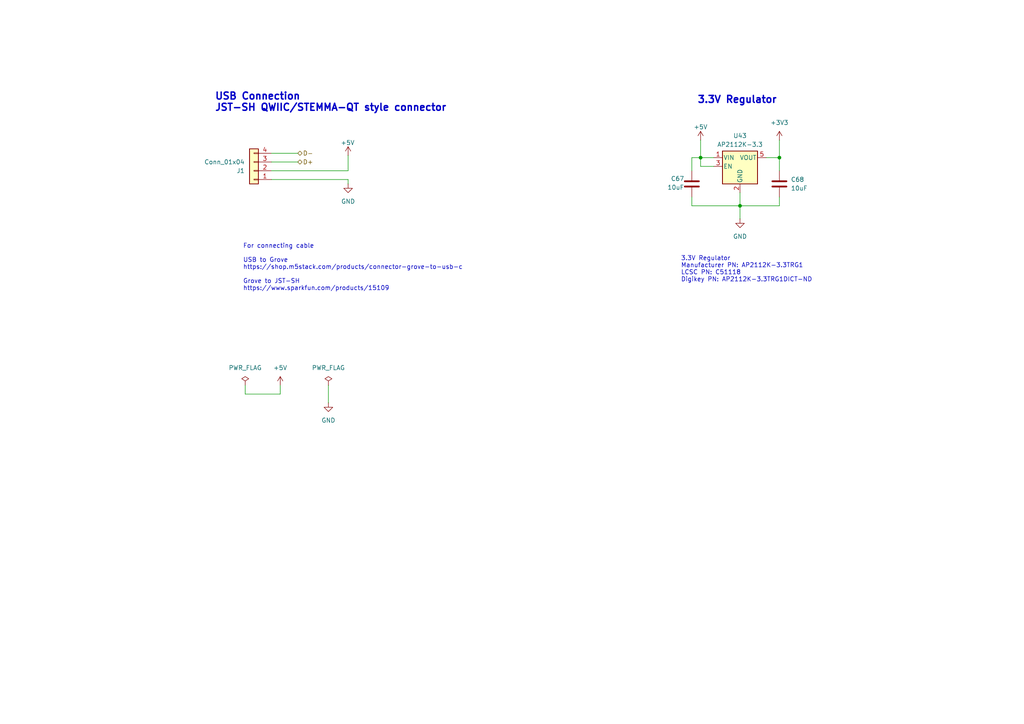
<source format=kicad_sch>
(kicad_sch (version 20250114) (generator "eeschema") (generator_version "9.0")
  (paper "A4")
  (lib_symbols
    (symbol "Connector_Generic:Conn_01x04" (pin_names (offset 1.016) (hide yes))
      (property "Reference" "J" (at 0 5.08 0))
      (property "Value" "Conn_01x04" (at 0 -7.62 0))
      (symbol "Conn_01x04_1_1"
        (rectangle (start -1.27 3.81) (end 1.27 -6.35) (stroke (width 0.254)) (fill (type background)))
        (rectangle (start -1.27 2.667) (end 0 2.413) (stroke (width 0.1524)))
        (rectangle (start -1.27 0.127) (end 0 -0.127) (stroke (width 0.1524)))
        (rectangle (start -1.27 -2.413) (end 0 -2.667) (stroke (width 0.1524)))
        (rectangle (start -1.27 -4.953) (end 0 -5.207) (stroke (width 0.1524)))
        (pin passive line (at -5.08 2.54 0) (length 3.81) (name "Pin_1") (number "1"))
        (pin passive line (at -5.08 0 0) (length 3.81) (name "Pin_2") (number "2"))
        (pin passive line (at -5.08 -2.54 0) (length 3.81) (name "Pin_3") (number "3"))
        (pin passive line (at -5.08 -5.08 0) (length 3.81) (name "Pin_4") (number "4"))
      )
    )
    (symbol "Device:C" (pin_numbers (hide yes)) (pin_names (offset 0.254))
      (property "Reference" "C" (at 0.635 2.54 0))
      (property "Value" "C" (at 0.635 -2.54 0))
      (symbol "C_0_1"
        (polyline (pts (xy -2.032 0.762) (xy 2.032 0.762)) (stroke (width 0.508)))
        (polyline (pts (xy -2.032 -0.762) (xy 2.032 -0.762)) (stroke (width 0.508)))
      )
      (symbol "C_1_1"
        (pin passive line (at 0 3.81 270) (length 2.794) (name "~") (number "1"))
        (pin passive line (at 0 -3.81 90) (length 2.794) (name "~") (number "2"))
      )
    )
    (symbol "Regulator_Linear:AP2112K-3.3" (pin_names (offset 0.254))
      (property "Reference" "U" (at -5.08 5.715 0))
      (property "Value" "AP2112K-3.3" (at 0 5.715 0))
      (symbol "AP2112K-3.3_0_1"
        (rectangle (start -5.08 4.445) (end 5.08 -5.08) (stroke (width 0.254)) (fill (type background)))
      )
      (symbol "AP2112K-3.3_1_1"
        (pin power_in line (at -7.62 2.54 0) (length 2.54) (name "VIN") (number "1"))
        (pin input line (at -7.62 0 0) (length 2.54) (name "EN") (number "3"))
        (pin power_in line (at 0 -7.62 90) (length 2.54) (name "GND") (number "2"))
        (pin no_connect line (at 5.08 0 180) (length 2.54) (hide yes) (name "NC") (number "4"))
        (pin power_out line (at 7.62 2.54 180) (length 2.54) (name "VOUT") (number "5"))
      )
    )
    (symbol "power:+3V3" (power) (pin_numbers (hide yes)) (pin_names (offset 0) (hide yes))
      (property "Value" "+3V3" (at 0 3.556 0))
      (symbol "+3V3_0_1"
        (polyline (pts (xy -0.762 1.27) (xy 0 2.54)))
        (polyline (pts (xy 0 2.54) (xy 0.762 1.27)))
        (polyline (pts (xy 0 0) (xy 0 2.54)))
      )
      (symbol "+3V3_1_1"
        (pin power_in line (at 0 0 90) (length 0) (name "~") (number "1"))
      )
    )
    (symbol "power:+5V" (power) (pin_numbers (hide yes)) (pin_names (offset 0) (hide yes))
      (property "Value" "+5V" (at 0 3.556 0))
      (symbol "+5V_0_1"
        (polyline (pts (xy -0.762 1.27) (xy 0 2.54)))
        (polyline (pts (xy 0 2.54) (xy 0.762 1.27)))
        (polyline (pts (xy 0 0) (xy 0 2.54)))
      )
      (symbol "+5V_1_1"
        (pin power_in line (at 0 0 90) (length 0) (name "~") (number "1"))
      )
    )
    (symbol "power:GND" (power) (pin_numbers (hide yes)) (pin_names (offset 0) (hide yes))
      (property "Value" "GND" (at 0 -3.81 0))
      (symbol "GND_0_1"
        (polyline (pts (xy 0 0) (xy 0 -1.27) (xy 1.27 -1.27) (xy 0 -2.54) (xy -1.27 -1.27) (xy 0 -1.27)))
      )
      (symbol "GND_1_1"
        (pin power_in line (at 0 0 270) (length 0) (name "~") (number "1"))
      )
    )
    (symbol "power:PWR_FLAG" (power) (pin_numbers (hide yes)) (pin_names (offset 0) (hide yes))
      (property "Value" "PWR_FLAG" (at 0 3.81 0))
      (symbol "PWR_FLAG_0_0"
        (pin power_out line (at 0 0 90) (length 0) (name "~") (number "1"))
      )
      (symbol "PWR_FLAG_0_1"
        (polyline (pts (xy 0 0) (xy 0 1.27) (xy -1.016 1.905) (xy 0 2.54) (xy 1.016 1.905) (xy 0 1.27)))
      )
    )
  )
  (text "3.3V Regulator" (at 202.184 30.226 0) (effects (font (size 2.032 2.032) (thickness 0.4064) (bold yes)) (justify left bottom)))
  (text "For connecting cable\n\nUSB to Grove \nhttps://shop.m5stack.com/products/connector-grove-to-usb-c\n\nGrove to JST-SH \nhttps://www.sparkfun.com/products/15109" (at 70.485 84.455 0) (effects (font (size 1.27 1.27)) (justify left bottom)))
  (text "USB Connection\nJST-SH QWIIC/STEMMA-QT style connector" (at 62.23 32.512 0) (effects (font (size 2.032 2.032) (thickness 0.4064) (bold yes)) (justify left bottom)))
  (text "3.3V Regulator\nManufacturer PN: AP2112K-3.3TRG1\nLCSC PN: C51118\nDigikey PN: AP2112K-3.3TRG1DICT-ND " (at 197.485 81.915 0) (effects (font (size 1.27 1.27)) (justify left bottom)))
  (junction (at 214.63 59.69))
  (junction (at 203.2 45.72))
  (junction (at 226.06 45.72))
  (wire (pts (xy 200.66 45.72) (xy 200.66 49.53)))
  (wire (pts (xy 207.01 48.26) (xy 203.2 48.26)))
  (wire (pts (xy 200.66 45.72) (xy 203.2 45.72)))
  (wire (pts (xy 226.06 40.64) (xy 226.06 45.72)))
  (wire (pts (xy 95.25 111.76) (xy 95.25 116.84)))
  (wire (pts (xy 78.74 44.45) (xy 86.36 44.45)))
  (wire (pts (xy 207.01 45.72) (xy 203.2 45.72)))
  (wire (pts (xy 203.2 40.64) (xy 203.2 45.72)))
  (wire (pts (xy 200.66 59.69) (xy 214.63 59.69)))
  (wire (pts (xy 78.74 49.53) (xy 100.965 49.53)))
  (wire (pts (xy 81.28 114.3) (xy 81.28 111.76)))
  (wire (pts (xy 100.965 52.07) (xy 100.965 53.34)))
  (wire (pts (xy 100.965 45.085) (xy 100.965 49.53)))
  (wire (pts (xy 78.74 46.99) (xy 86.36 46.99)))
  (wire (pts (xy 226.06 45.72) (xy 226.06 49.53)))
  (wire (pts (xy 226.06 59.69) (xy 214.63 59.69)))
  (wire (pts (xy 214.63 59.69) (xy 214.63 55.88)))
  (wire (pts (xy 78.74 52.07) (xy 100.965 52.07)))
  (wire (pts (xy 222.25 45.72) (xy 226.06 45.72)))
  (wire (pts (xy 71.12 111.76) (xy 71.12 114.3)))
  (wire (pts (xy 214.63 59.69) (xy 214.63 63.5)))
  (wire (pts (xy 226.06 57.15) (xy 226.06 59.69)))
  (wire (pts (xy 71.12 114.3) (xy 81.28 114.3)))
  (wire (pts (xy 200.66 57.15) (xy 200.66 59.69)))
  (wire (pts (xy 203.2 48.26) (xy 203.2 45.72)))
  (hierarchical_label "D-" (shape bidirectional) (at 86.36 44.45 0))
  (hierarchical_label "D+" (shape bidirectional) (at 86.36 46.99 0))
  (symbol (lib_id "power:GND") (at 100.965 53.34 0) (unit 1)
    (property "Reference" "#PWR0118" (effects (hide yes)))
    (property "Value" "GND" (at 100.965 58.42 0))
  )
  (symbol (lib_id "power:+3V3") (at 226.06 40.64 0) (mirror y) (unit 1)
    (property "Reference" "#PWR0121" (effects (hide yes)))
    (property "Value" "+3V3" (at 226.06 35.56 0))
  )
  (symbol (lib_id "power:+5V") (at 100.965 45.085 0) (unit 1)
    (property "Reference" "#PWR0117" (effects (hide yes)))
    (property "Value" "+5V" (at 100.838 41.402 0))
  )
  (symbol (lib_id "power:PWR_FLAG") (at 95.25 111.76 0) (unit 1)
    (property "Reference" "#FLG02" (effects (hide yes)))
    (property "Value" "PWR_FLAG" (at 95.25 106.68 0))
    (property "Description" "Special symbol for telling ERC where power comes from" (effects (hide yes)))
  )
  (symbol (lib_id "power:+5V") (at 203.2 40.64 0) (unit 1)
    (property "Reference" "#PWR0119" (effects (hide yes)))
    (property "Value" "+5V" (at 203.2 36.83 0))
  )
  (symbol (lib_id "Device:C") (at 200.66 53.34 0) (unit 1)
    (property "Reference" "C67" (at 194.564 51.816 0) (effects (justify left)))
    (property "Value" "10uF" (at 193.548 54.356 0) (effects (justify left)))
    (property "Footprint" "Capacitor_SMD:C_0402_1005Metric" (effects (hide yes)))
    (property "LCSC Part #" "C315248" (effects (hide yes)))
  )
  (symbol (lib_id "power:+5V") (at 81.28 111.76 0) (unit 1)
    (property "Reference" "#PWR01" (effects (hide yes)))
    (property "Value" "+5V" (at 81.28 106.68 0))
    (property "Description" "Power symbol creates a global label with name \"+5V\"" (effects (hide yes)))
  )
  (symbol (lib_id "power:PWR_FLAG") (at 71.12 111.76 0) (unit 1)
    (property "Reference" "#FLG01" (effects (hide yes)))
    (property "Value" "PWR_FLAG" (at 71.12 106.68 0))
    (property "Description" "Special symbol for telling ERC where power comes from" (effects (hide yes)))
  )
  (symbol (lib_id "Connector_Generic:Conn_01x04") (at 73.66 49.53 180) (unit 1)
    (property "Reference" "J1" (at 70.993 49.53 0) (effects (justify left)))
    (property "Value" "Conn_01x04" (at 70.993 46.99 0) (effects (justify left)))
    (property "Footprint" "panel_custom:JST_SH_BM04B-SRSS-TB_1x04-1MP_P1.00mm_Vertical" (effects (hide yes)))
    (property "LCSC Part #" "C160390" (effects (hide yes)))
  )
  (symbol (lib_id "Device:C") (at 226.06 53.34 0) (unit 1)
    (property "Reference" "C68" (at 229.362 52.07 0) (effects (justify left)))
    (property "Value" "10uF" (at 229.362 54.61 0) (effects (justify left)))
    (property "Footprint" "Capacitor_SMD:C_0402_1005Metric" (effects (hide yes)))
    (property "LCSC Part #" "C315248" (effects (hide yes)))
  )
  (symbol (lib_id "Regulator_Linear:AP2112K-3.3") (at 214.63 48.26 0) (unit 1)
    (property "Reference" "U43" (at 214.63 39.37 0))
    (property "Value" "AP2112K-3.3" (at 214.63 41.91 0))
    (property "Footprint" "Package_TO_SOT_SMD:SOT-23-5" (effects (hide yes)))
    (property "Datasheet" "https://www.diodes.com/assets/Datasheets/AP2112.pdf" (effects (hide yes)))
    (property "LCSC Part #" "C51118" (effects (hide yes)))
    (property "FT Rotation Offset" "90" (effects (hide yes)))
  )
  (symbol (lib_id "power:GND") (at 214.63 63.5 0) (unit 1)
    (property "Reference" "#PWR0120" (effects (hide yes)))
    (property "Value" "GND" (at 214.63 68.58 0))
  )
  (symbol (lib_id "power:GND") (at 95.25 116.84 0) (unit 1)
    (property "Reference" "#PWR02" (effects (hide yes)))
    (property "Value" "GND" (at 95.25 121.92 0))
    (property "Description" "Power symbol creates a global label with name \"GND\" , ground" (effects (hide yes)))
  )
)
</source>
